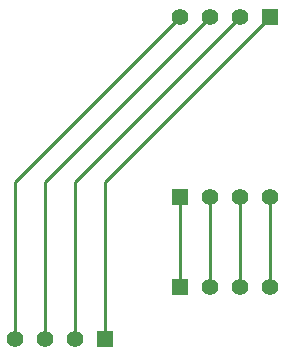
<source format=gtl>
G04 (created by PCBNEW (2013-mar-13)-testing) date Mon 02 Feb 2015 05:19:27 PM EST*
%MOIN*%
G04 Gerber Fmt 3.4, Leading zero omitted, Abs format*
%FSLAX34Y34*%
G01*
G70*
G90*
G04 APERTURE LIST*
%ADD10C,0.005906*%
%ADD11R,0.055000X0.055000*%
%ADD12C,0.055000*%
%ADD13C,0.010000*%
G04 APERTURE END LIST*
G54D10*
G54D11*
X61000Y-40000D03*
G54D12*
X62000Y-40000D03*
X63000Y-40000D03*
X64000Y-40000D03*
G54D11*
X64000Y-34000D03*
G54D12*
X63000Y-34000D03*
X62000Y-34000D03*
X61000Y-34000D03*
G54D11*
X58500Y-44750D03*
G54D12*
X57500Y-44750D03*
X56500Y-44750D03*
X55500Y-44750D03*
G54D11*
X61000Y-43000D03*
G54D12*
X62000Y-43000D03*
X63000Y-43000D03*
X64000Y-43000D03*
G54D13*
X64000Y-34000D02*
X58500Y-39500D01*
X58500Y-39500D02*
X58500Y-44750D01*
X63000Y-34000D02*
X57500Y-39500D01*
X57500Y-39500D02*
X57500Y-44750D01*
X62000Y-34000D02*
X56500Y-39500D01*
X56500Y-39500D02*
X56500Y-44750D01*
X61000Y-34000D02*
X55500Y-39500D01*
X55500Y-39500D02*
X55500Y-44750D01*
X61000Y-40000D02*
X61000Y-43000D01*
X62000Y-40000D02*
X62000Y-43000D01*
X63000Y-40000D02*
X63000Y-43000D01*
X64000Y-40000D02*
X64000Y-43000D01*
M02*

</source>
